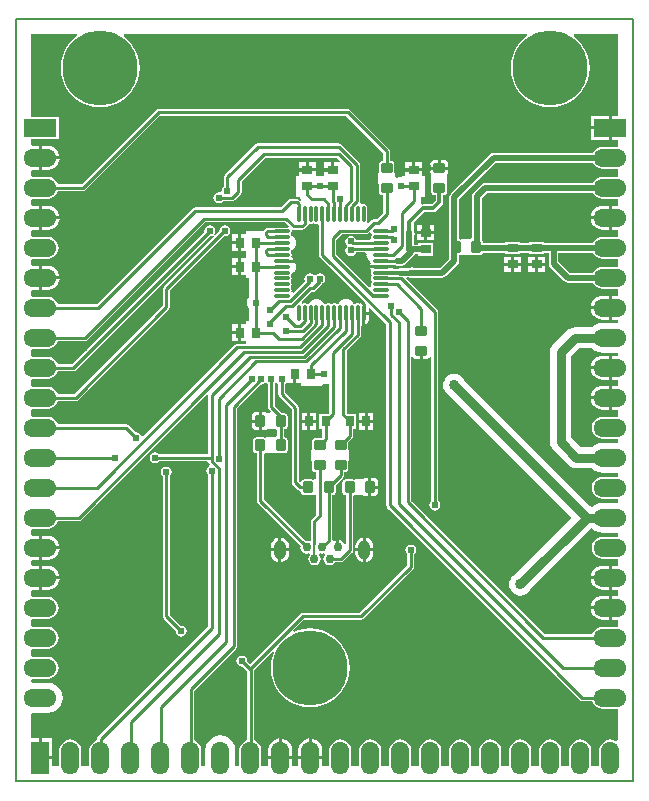
<source format=gtl>
G04 Layer_Physical_Order=1*
G04 Layer_Color=255*
%FSLAX25Y25*%
%MOIN*%
G70*
G01*
G75*
%ADD10R,0.03740X0.02953*%
%ADD11R,0.02953X0.03740*%
G04:AMPARAMS|DCode=12|XSize=39.37mil|YSize=35.43mil|CornerRadius=4.43mil|HoleSize=0mil|Usage=FLASHONLY|Rotation=180.000|XOffset=0mil|YOffset=0mil|HoleType=Round|Shape=RoundedRectangle|*
%AMROUNDEDRECTD12*
21,1,0.03937,0.02657,0,0,180.0*
21,1,0.03051,0.03543,0,0,180.0*
1,1,0.00886,-0.01526,0.01329*
1,1,0.00886,0.01526,0.01329*
1,1,0.00886,0.01526,-0.01329*
1,1,0.00886,-0.01526,-0.01329*
%
%ADD12ROUNDEDRECTD12*%
%ADD13O,0.05512X0.01181*%
%ADD14O,0.01181X0.05512*%
G04:AMPARAMS|DCode=15|XSize=39.37mil|YSize=35.43mil|CornerRadius=4.43mil|HoleSize=0mil|Usage=FLASHONLY|Rotation=90.000|XOffset=0mil|YOffset=0mil|HoleType=Round|Shape=RoundedRectangle|*
%AMROUNDEDRECTD15*
21,1,0.03937,0.02657,0,0,90.0*
21,1,0.03051,0.03543,0,0,90.0*
1,1,0.00886,0.01329,0.01526*
1,1,0.00886,0.01329,-0.01526*
1,1,0.00886,-0.01329,-0.01526*
1,1,0.00886,-0.01329,0.01526*
%
%ADD15ROUNDEDRECTD15*%
%ADD16C,0.01000*%
%ADD17C,0.02000*%
%ADD18C,0.01200*%
%ADD19C,0.03000*%
%ADD20C,0.01600*%
%ADD21C,0.00800*%
%ADD22C,0.02500*%
%ADD23C,0.00500*%
G04:AMPARAMS|DCode=24|XSize=39.37mil|YSize=62.99mil|CornerRadius=19.68mil|HoleSize=0mil|Usage=FLASHONLY|Rotation=0.000|XOffset=0mil|YOffset=0mil|HoleType=Round|Shape=RoundedRectangle|*
%AMROUNDEDRECTD24*
21,1,0.03937,0.02362,0,0,0.0*
21,1,0.00000,0.06299,0,0,0.0*
1,1,0.03937,0.00000,-0.01181*
1,1,0.03937,0.00000,-0.01181*
1,1,0.03937,0.00000,0.01181*
1,1,0.03937,0.00000,0.01181*
%
%ADD24ROUNDEDRECTD24*%
%ADD25C,0.02953*%
%ADD26C,0.25000*%
%ADD27O,0.11000X0.06000*%
%ADD28R,0.11000X0.06000*%
%ADD29O,0.06000X0.11000*%
%ADD30R,0.06000X0.11000*%
%ADD31C,0.02400*%
%ADD32C,0.03400*%
G36*
X491934Y329734D02*
X492978Y328932D01*
X494195Y328429D01*
X495500Y328257D01*
X500457D01*
Y327334D01*
X498500D01*
Y323300D01*
Y319266D01*
X500457D01*
Y317335D01*
X498500D01*
Y313300D01*
Y309265D01*
X500457D01*
Y306931D01*
X495500D01*
X494560Y306807D01*
X493684Y306445D01*
X492932Y305868D01*
X492355Y305116D01*
X491993Y304240D01*
X491869Y303300D01*
X491993Y302360D01*
X492355Y301484D01*
X492932Y300732D01*
X493684Y300155D01*
X494560Y299793D01*
X495500Y299669D01*
X500457D01*
Y298343D01*
X495500D01*
X494195Y298171D01*
X492978Y297668D01*
X491934Y296866D01*
X491906Y296830D01*
X488162D01*
X485030Y299962D01*
Y327205D01*
X487595Y329770D01*
X491906D01*
X491934Y329734D01*
D02*
G37*
G36*
X390794Y370620D02*
X390701Y370292D01*
X390525Y370041D01*
X386299D01*
X385835Y369948D01*
X383827D01*
X383398Y369863D01*
X383034Y369620D01*
X383034Y369620D01*
X382607Y369193D01*
X382391Y368870D01*
X376524D01*
Y367870D01*
X374988D01*
Y365000D01*
Y362130D01*
X376524D01*
Y361465D01*
X376524Y361130D01*
X376524D01*
X376535Y360870D01*
X376535D01*
Y359870D01*
X375000D01*
Y357000D01*
Y354130D01*
X376535D01*
Y353130D01*
X377463D01*
Y346950D01*
X377205Y346614D01*
X376882Y345835D01*
X376772Y345000D01*
X376882Y344165D01*
X377205Y343386D01*
X377451Y343065D01*
Y338870D01*
X376524D01*
Y337870D01*
X374988D01*
Y335000D01*
Y332130D01*
X376524D01*
Y331322D01*
X373700D01*
X373700Y331322D01*
X373271Y331236D01*
X372907Y330993D01*
X372907Y330993D01*
X342359Y300445D01*
X341707Y300642D01*
X341696Y300702D01*
X341298Y301298D01*
X340702Y301696D01*
X340000Y301835D01*
X339792Y301794D01*
X337493Y304093D01*
X337129Y304336D01*
X336700Y304422D01*
X336700Y304421D01*
X313932D01*
X313645Y305116D01*
X313068Y305868D01*
X312316Y306445D01*
X311440Y306807D01*
X310500Y306931D01*
X305500D01*
X305494Y306930D01*
X305043Y307326D01*
Y309274D01*
X305494Y309670D01*
X305500Y309669D01*
X310500D01*
X311440Y309793D01*
X312316Y310155D01*
X313068Y310733D01*
X313645Y311485D01*
X313932Y312178D01*
X319800D01*
X319800Y312178D01*
X320229Y312264D01*
X320593Y312507D01*
X350793Y342707D01*
X351036Y343071D01*
X351122Y343500D01*
X351121Y343500D01*
Y349035D01*
X369209Y367123D01*
X369500Y367065D01*
X370202Y367204D01*
X370798Y367602D01*
X371196Y368198D01*
X371335Y368900D01*
X371196Y369602D01*
X370798Y370198D01*
X370202Y370596D01*
X369500Y370735D01*
X368798Y370596D01*
X368202Y370198D01*
X367804Y369602D01*
X367665Y368900D01*
X367689Y368776D01*
X366324Y367410D01*
X365858Y367793D01*
X366196Y368298D01*
X366335Y369000D01*
X366196Y369702D01*
X365798Y370298D01*
X365202Y370696D01*
X364500Y370835D01*
X363798Y370696D01*
X363202Y370298D01*
X362804Y369702D01*
X362665Y369000D01*
X362748Y368581D01*
X318588Y324422D01*
X313932D01*
X313645Y325115D01*
X313068Y325868D01*
X312316Y326445D01*
X311440Y326807D01*
X310500Y326931D01*
X305500D01*
X305494Y326930D01*
X305043Y327326D01*
Y329274D01*
X305494Y329670D01*
X305500Y329669D01*
X310500D01*
X311440Y329793D01*
X312316Y330155D01*
X313068Y330732D01*
X313645Y331485D01*
X313932Y332178D01*
X322800D01*
X322800Y332178D01*
X323229Y332264D01*
X323593Y332507D01*
X362965Y371879D01*
X389535D01*
X390794Y370620D01*
D02*
G37*
G36*
X399545Y371295D02*
X399614Y371249D01*
X400079Y371156D01*
X400326Y371205D01*
X400926Y370837D01*
Y360953D01*
X400926Y360953D01*
X401011Y360524D01*
X401254Y360160D01*
X415596Y345817D01*
X415399Y345166D01*
X415206Y345128D01*
X414680Y344777D01*
X414558Y344594D01*
X414323Y344751D01*
X413858Y344844D01*
X413394Y344751D01*
X413325Y344705D01*
X412874Y344536D01*
X412423Y344705D01*
X412354Y344751D01*
X412252Y344772D01*
X412184Y344936D01*
X411769Y345478D01*
X411228Y345893D01*
X410598Y346154D01*
X409921Y346243D01*
X409245Y346154D01*
X408615Y345893D01*
X408074Y345478D01*
X407658Y344936D01*
X407590Y344772D01*
X407488Y344751D01*
X407419Y344705D01*
X406968Y344536D01*
X406518Y344705D01*
X406449Y344751D01*
X405984Y344844D01*
X405520Y344751D01*
X405451Y344705D01*
X405000Y344536D01*
X404549Y344705D01*
X404480Y344751D01*
X404016Y344844D01*
X403551Y344751D01*
X403482Y344705D01*
X403031Y344536D01*
X402581Y344705D01*
X402512Y344751D01*
X402410Y344772D01*
X402342Y344936D01*
X401926Y345478D01*
X401385Y345893D01*
X400755Y346154D01*
X400079Y346243D01*
X399402Y346154D01*
X398772Y345893D01*
X398231Y345478D01*
X397816Y344936D01*
X397748Y344772D01*
X397646Y344751D01*
X397577Y344705D01*
X397126Y344536D01*
X396675Y344705D01*
X396606Y344751D01*
X396142Y344844D01*
X395677Y344751D01*
X395608Y344705D01*
X395418Y344831D01*
X395340Y345602D01*
X398369Y348631D01*
X398852D01*
X398852Y348631D01*
X399282Y348716D01*
X399646Y348959D01*
X401945Y351259D01*
X401946Y351259D01*
X402073Y351450D01*
X402450Y351702D01*
X402848Y352298D01*
X402988Y353000D01*
X402848Y353702D01*
X402450Y354298D01*
X401855Y354696D01*
X401153Y354835D01*
X400450Y354696D01*
X399855Y354298D01*
X399826Y354255D01*
X399226D01*
X399198Y354298D01*
X398602Y354696D01*
X397900Y354835D01*
X397198Y354696D01*
X396602Y354298D01*
X396204Y353702D01*
X396065Y353000D01*
X396204Y352298D01*
X396346Y352085D01*
X392602Y348340D01*
X391831Y348418D01*
X391705Y348608D01*
X391751Y348677D01*
X391844Y349142D01*
X391751Y349606D01*
X391488Y350000D01*
Y350252D01*
X391751Y350646D01*
X391844Y351110D01*
X391751Y351575D01*
X391488Y351969D01*
Y352220D01*
X391751Y352614D01*
X391844Y353079D01*
X391751Y353543D01*
X391705Y353612D01*
X391536Y354063D01*
X391705Y354514D01*
X391751Y354583D01*
X391772Y354685D01*
X391936Y354753D01*
X392477Y355168D01*
X392893Y355709D01*
X393154Y356340D01*
X393243Y357016D01*
X393154Y357692D01*
X392893Y358322D01*
X392477Y358863D01*
X392239Y359046D01*
X392128Y359605D01*
X391777Y360131D01*
X391594Y360253D01*
X391751Y360488D01*
X391844Y360953D01*
X391751Y361417D01*
X391488Y361811D01*
Y362063D01*
X391751Y362457D01*
X391772Y362559D01*
X391936Y362627D01*
X392477Y363042D01*
X392893Y363583D01*
X393154Y364213D01*
X393243Y364890D01*
X393154Y365566D01*
X392893Y366196D01*
X392477Y366737D01*
X391936Y367153D01*
X391772Y367221D01*
X391751Y367323D01*
X391488Y367717D01*
Y367968D01*
X391751Y368362D01*
X391844Y368827D01*
X391820Y368949D01*
X391838Y368986D01*
X392338Y369411D01*
X392500Y369378D01*
X395283D01*
X395284Y369378D01*
X395713Y369464D01*
X396076Y369707D01*
X396935Y370565D01*
X396935Y370565D01*
X397178Y370929D01*
X397646Y371249D01*
X397801Y371218D01*
X398110Y371156D01*
X398575Y371249D01*
X398644Y371295D01*
X399095Y371464D01*
X399545Y371295D01*
D02*
G37*
G36*
X492355Y361485D02*
X492932Y360733D01*
X493684Y360155D01*
X494560Y359793D01*
X495500Y359669D01*
X500457D01*
Y356931D01*
X495500D01*
X494560Y356807D01*
X493684Y356445D01*
X492932Y355868D01*
X492355Y355116D01*
X492279Y354931D01*
X484476D01*
X480731Y358676D01*
Y361669D01*
X492279D01*
X492355Y361485D01*
D02*
G37*
G36*
X422378Y395035D02*
Y392238D01*
X421974D01*
X421567Y392158D01*
X421222Y391927D01*
X420992Y391582D01*
X420911Y391175D01*
Y388518D01*
X420957Y388288D01*
X420744Y388075D01*
Y384925D01*
X420957Y384712D01*
X420911Y384482D01*
Y381825D01*
X420992Y381418D01*
X421222Y381073D01*
X421567Y380842D01*
X421974Y380762D01*
X422378D01*
Y374965D01*
X420205Y372791D01*
X419170D01*
X418741Y372706D01*
X418377Y372463D01*
X418377Y372463D01*
X417369Y371455D01*
X416903Y371837D01*
X416948Y371906D01*
X417041Y372370D01*
Y376701D01*
X416948Y377165D01*
X416685Y377559D01*
X416291Y377822D01*
X415827Y377915D01*
X415362Y377822D01*
X415293Y377776D01*
X415269Y377767D01*
X414581Y378121D01*
X414536Y378304D01*
X414622Y378733D01*
Y391000D01*
X414622Y391000D01*
X414536Y391429D01*
X414293Y391793D01*
X414293Y391793D01*
X408293Y397793D01*
X407929Y398036D01*
X407500Y398122D01*
X407500Y398122D01*
X380500D01*
X380500Y398122D01*
X380071Y398036D01*
X379707Y397793D01*
X379707Y397793D01*
X369507Y387593D01*
X369264Y387229D01*
X369178Y386800D01*
X369179Y386800D01*
Y383615D01*
X369002Y383498D01*
X368604Y382902D01*
X368465Y382200D01*
X368448Y382169D01*
X367943Y381747D01*
X367500Y381835D01*
X366798Y381696D01*
X366202Y381298D01*
X365804Y380702D01*
X365665Y380000D01*
X365804Y379298D01*
X366202Y378702D01*
X366798Y378304D01*
X367500Y378165D01*
X368202Y378304D01*
X368798Y378702D01*
X368849Y378779D01*
X372000D01*
X372000Y378778D01*
X372429Y378864D01*
X372793Y379107D01*
X374793Y381107D01*
X374793Y381107D01*
X375036Y381471D01*
X375122Y381900D01*
X375121Y381900D01*
Y385535D01*
X382965Y393378D01*
X407035D01*
X408082Y392332D01*
X407833Y391732D01*
X406000D01*
Y389256D01*
X405500D01*
Y388756D01*
X402630D01*
Y387221D01*
X401630D01*
Y387221D01*
X401449Y387119D01*
X400870Y387221D01*
X400870Y387221D01*
X400870Y387221D01*
X399870D01*
Y388756D01*
X397000D01*
X394130D01*
Y387221D01*
X393130D01*
Y380268D01*
X394597D01*
X394645Y380025D01*
X395118Y379316D01*
X394652Y378934D01*
X394293Y379293D01*
X393929Y379536D01*
X393500Y379622D01*
X393500Y379622D01*
X391500D01*
X391500Y379622D01*
X391071Y379536D01*
X390707Y379293D01*
X388135Y376722D01*
X359600D01*
X359600Y376722D01*
X359171Y376636D01*
X358807Y376393D01*
X358807Y376393D01*
X326835Y344422D01*
X313932D01*
X313645Y345115D01*
X313068Y345867D01*
X312316Y346445D01*
X311440Y346807D01*
X310500Y346931D01*
X305500D01*
X305494Y346930D01*
X305043Y347326D01*
Y348871D01*
X305494Y349266D01*
X305500Y349266D01*
X307500D01*
Y353300D01*
Y357334D01*
X305500D01*
X305494Y357334D01*
X305043Y357729D01*
Y359274D01*
X305494Y359670D01*
X305500Y359669D01*
X310500D01*
X311440Y359793D01*
X312316Y360155D01*
X313068Y360733D01*
X313645Y361485D01*
X314007Y362360D01*
X314131Y363300D01*
X314007Y364240D01*
X313645Y365115D01*
X313068Y365867D01*
X312316Y366445D01*
X311440Y366807D01*
X310500Y366931D01*
X305500D01*
X305494Y366930D01*
X305043Y367326D01*
Y368871D01*
X305494Y369266D01*
X305500Y369266D01*
X307500D01*
Y373300D01*
Y377334D01*
X305500D01*
X305494Y377334D01*
X305043Y377729D01*
Y379274D01*
X305494Y379670D01*
X305500Y379669D01*
X310500D01*
X311440Y379793D01*
X312316Y380155D01*
X313068Y380732D01*
X313645Y381485D01*
X313932Y382178D01*
X322300D01*
X322300Y382178D01*
X322729Y382264D01*
X323093Y382507D01*
X347965Y407378D01*
X410035D01*
X422378Y395035D01*
D02*
G37*
G36*
X492355Y381485D02*
X492932Y380732D01*
X493684Y380155D01*
X494560Y379793D01*
X495500Y379669D01*
X500457D01*
Y377334D01*
X498500D01*
Y373300D01*
Y369266D01*
X500457D01*
Y366931D01*
X495500D01*
X494560Y366807D01*
X493684Y366445D01*
X492932Y365867D01*
X492355Y365115D01*
X492279Y364931D01*
X475970D01*
Y365332D01*
X471030D01*
Y364931D01*
X467970D01*
Y365332D01*
X463030D01*
Y364931D01*
X455738D01*
Y365026D01*
X455658Y365433D01*
X455427Y365777D01*
X455131Y365975D01*
Y379724D01*
X457076Y381669D01*
X492279D01*
X492355Y381485D01*
D02*
G37*
G36*
X477469Y358000D02*
X477593Y357376D01*
X477947Y356846D01*
X482647Y352147D01*
X483176Y351793D01*
X483800Y351669D01*
X492279D01*
X492355Y351484D01*
X492932Y350732D01*
X493684Y350155D01*
X494560Y349793D01*
X495500Y349669D01*
X500457D01*
Y347335D01*
X498500D01*
Y343300D01*
Y339265D01*
X500457D01*
Y338343D01*
X495500D01*
X494195Y338171D01*
X492978Y337667D01*
X491934Y336866D01*
X491906Y336830D01*
X486133D01*
X485219Y336710D01*
X484368Y336357D01*
X483637Y335796D01*
X479004Y331163D01*
X478443Y330432D01*
X478090Y329581D01*
X477970Y328667D01*
Y298500D01*
X478090Y297586D01*
X478443Y296735D01*
X479004Y296004D01*
X484204Y290804D01*
X484935Y290243D01*
X485786Y289890D01*
X486700Y289770D01*
X491906D01*
X491934Y289734D01*
X492978Y288932D01*
X494195Y288429D01*
X495500Y288257D01*
X500457D01*
Y286931D01*
X495500D01*
X494560Y286807D01*
X493684Y286445D01*
X492932Y285868D01*
X492355Y285116D01*
X491993Y284240D01*
X491869Y283300D01*
X491993Y282360D01*
X492355Y281485D01*
X492932Y280732D01*
X493684Y280155D01*
X494560Y279793D01*
X495500Y279669D01*
X500457D01*
Y278343D01*
X495500D01*
X494195Y278171D01*
X492978Y277667D01*
X491934Y276866D01*
X491402Y277090D01*
X449306Y319186D01*
X449232Y319366D01*
X448639Y320139D01*
X447866Y320732D01*
X446966Y321105D01*
X446000Y321232D01*
X445034Y321105D01*
X444134Y320732D01*
X443361Y320139D01*
X442768Y319366D01*
X442395Y318466D01*
X442268Y317500D01*
X442395Y316534D01*
X442768Y315634D01*
X443361Y314861D01*
X444134Y314268D01*
X444314Y314194D01*
X485208Y273300D01*
X466314Y254406D01*
X466134Y254332D01*
X465361Y253739D01*
X464768Y252966D01*
X464395Y252066D01*
X464268Y251100D01*
X464395Y250134D01*
X464768Y249234D01*
X465361Y248461D01*
X466134Y247868D01*
X467034Y247495D01*
X468000Y247368D01*
X468966Y247495D01*
X469866Y247868D01*
X470639Y248461D01*
X471232Y249234D01*
X471307Y249414D01*
X491402Y269510D01*
X491934Y269734D01*
X492978Y268933D01*
X494195Y268429D01*
X495500Y268257D01*
X500457D01*
Y266931D01*
X495500D01*
X494560Y266807D01*
X493684Y266445D01*
X492932Y265867D01*
X492355Y265115D01*
X491993Y264240D01*
X491869Y263300D01*
X491993Y262360D01*
X492355Y261485D01*
X492932Y260733D01*
X493684Y260155D01*
X494560Y259793D01*
X495500Y259669D01*
X500457D01*
Y257334D01*
X498500D01*
Y253300D01*
Y249266D01*
X500457D01*
Y247335D01*
X498500D01*
Y243300D01*
Y239265D01*
X500457D01*
Y236931D01*
X495500D01*
X494560Y236807D01*
X493684Y236445D01*
X492932Y235868D01*
X492355Y235116D01*
X492068Y234421D01*
X476165D01*
X431622Y278965D01*
Y326767D01*
X432222Y326949D01*
X432434Y326631D01*
X432911Y326312D01*
X433474Y326200D01*
X434500D01*
Y329000D01*
X435500D01*
Y326200D01*
X436526D01*
X437089Y326312D01*
X437566Y326631D01*
X437778Y326949D01*
X438378Y326767D01*
Y278915D01*
X438202Y278798D01*
X437804Y278202D01*
X437665Y277500D01*
X437804Y276798D01*
X438202Y276202D01*
X438798Y275804D01*
X439500Y275665D01*
X440202Y275804D01*
X440798Y276202D01*
X441196Y276798D01*
X441335Y277500D01*
X441196Y278202D01*
X440798Y278798D01*
X440622Y278915D01*
Y342000D01*
X440536Y342429D01*
X440293Y342793D01*
X440293Y342793D01*
X430068Y353018D01*
X430298Y353573D01*
X430896D01*
X431298Y353304D01*
X432000Y353165D01*
X432702Y353304D01*
X432798Y353369D01*
X442000D01*
X442624Y353493D01*
X443153Y353847D01*
X447154Y357846D01*
X447507Y358376D01*
X447631Y359000D01*
Y360911D01*
X447982D01*
X448212Y360957D01*
X448425Y360744D01*
X451575D01*
X451788Y360957D01*
X452018Y360911D01*
X454675D01*
X455082Y360992D01*
X455427Y361223D01*
X455658Y361567D01*
X455678Y361669D01*
X463030D01*
Y361179D01*
X467970D01*
Y361669D01*
X471030D01*
Y361179D01*
X475970D01*
Y361669D01*
X477469D01*
Y358000D01*
D02*
G37*
G36*
X363948Y314252D02*
X364078Y314144D01*
Y294422D01*
X347715D01*
X347598Y294598D01*
X347002Y294996D01*
X346300Y295135D01*
X345598Y294996D01*
X345002Y294598D01*
X344604Y294002D01*
X344465Y293300D01*
X344604Y292598D01*
X345002Y292002D01*
X345598Y291604D01*
X346300Y291465D01*
X347002Y291604D01*
X347598Y292002D01*
X347715Y292179D01*
X363499D01*
X364078Y292047D01*
X364164Y291618D01*
X364407Y291254D01*
X364588Y291073D01*
X364393Y290420D01*
X363902Y290092D01*
X363504Y289497D01*
X363365Y288795D01*
X363504Y288092D01*
X363902Y287497D01*
X364078Y287379D01*
Y237165D01*
X327307Y200393D01*
X327064Y200029D01*
X326978Y199600D01*
X326978Y199600D01*
Y199274D01*
X326185Y198945D01*
X325432Y198368D01*
X324855Y197616D01*
X324493Y196740D01*
X324369Y195800D01*
Y190800D01*
X324144Y190543D01*
X321856D01*
X321631Y190800D01*
Y195800D01*
X321507Y196740D01*
X321145Y197616D01*
X320567Y198368D01*
X319815Y198945D01*
X318940Y199307D01*
X318000Y199431D01*
X317060Y199307D01*
X316184Y198945D01*
X315433Y198368D01*
X314855Y197616D01*
X314493Y196740D01*
X314369Y195800D01*
Y190800D01*
X314144Y190543D01*
X312000D01*
Y192800D01*
X308000D01*
Y193300D01*
X307500D01*
Y199800D01*
X305043D01*
Y207862D01*
X305494Y208258D01*
X305500Y208257D01*
X310500D01*
X311805Y208429D01*
X313022Y208932D01*
X314066Y209734D01*
X314867Y210778D01*
X315371Y211995D01*
X315543Y213300D01*
X315371Y214605D01*
X314867Y215822D01*
X314066Y216866D01*
X313022Y217668D01*
X311805Y218171D01*
X310500Y218343D01*
X305535D01*
X305084Y218771D01*
X305084Y219267D01*
X305500Y219669D01*
X310500D01*
X311440Y219793D01*
X312316Y220155D01*
X313068Y220732D01*
X313645Y221484D01*
X314007Y222360D01*
X314131Y223300D01*
X314007Y224240D01*
X313645Y225115D01*
X313068Y225868D01*
X312316Y226445D01*
X311440Y226807D01*
X310500Y226931D01*
X305500D01*
X305494Y226930D01*
X305043Y227326D01*
Y229274D01*
X305494Y229670D01*
X305500Y229669D01*
X310500D01*
X311440Y229793D01*
X312316Y230155D01*
X313068Y230732D01*
X313645Y231485D01*
X314007Y232360D01*
X314131Y233300D01*
X314007Y234240D01*
X313645Y235116D01*
X313068Y235868D01*
X312316Y236445D01*
X311440Y236807D01*
X310500Y236931D01*
X305500D01*
X305494Y236930D01*
X305043Y237326D01*
Y239274D01*
X305494Y239670D01*
X305500Y239669D01*
X310500D01*
X311440Y239793D01*
X312316Y240155D01*
X313068Y240733D01*
X313645Y241484D01*
X314007Y242360D01*
X314131Y243300D01*
X314007Y244240D01*
X313645Y245115D01*
X313068Y245867D01*
X312316Y246445D01*
X311440Y246807D01*
X310500Y246931D01*
X305500D01*
X305494Y246930D01*
X305043Y247326D01*
Y248871D01*
X305494Y249266D01*
X305500Y249266D01*
X307500D01*
Y253300D01*
Y257334D01*
X305500D01*
X305494Y257334D01*
X305043Y257729D01*
Y258871D01*
X305494Y259266D01*
X305500Y259265D01*
X307500D01*
Y263300D01*
Y267335D01*
X305500D01*
X305494Y267334D01*
X305043Y267729D01*
Y269274D01*
X305494Y269670D01*
X305500Y269669D01*
X310500D01*
X311440Y269793D01*
X312316Y270155D01*
X313068Y270732D01*
X313645Y271484D01*
X313932Y272179D01*
X320800D01*
X320800Y272178D01*
X321229Y272264D01*
X321593Y272507D01*
X363511Y314425D01*
X363948Y314252D01*
D02*
G37*
G36*
X492355Y391484D02*
X492932Y390733D01*
X493684Y390155D01*
X494560Y389793D01*
X495500Y389669D01*
X500457D01*
Y386931D01*
X495500D01*
X494560Y386807D01*
X493684Y386445D01*
X492932Y385868D01*
X492355Y385116D01*
X492279Y384931D01*
X456400D01*
X455776Y384807D01*
X455246Y384454D01*
X452347Y381554D01*
X451993Y381024D01*
X451869Y380400D01*
Y366734D01*
X451575Y366256D01*
X448425D01*
X448212Y366043D01*
X447982Y366089D01*
X447631D01*
Y379524D01*
X459776Y391669D01*
X492279D01*
X492355Y391484D01*
D02*
G37*
G36*
X387379Y317850D02*
Y314500D01*
X387378Y314500D01*
X387464Y314071D01*
X387707Y313707D01*
X391879Y309535D01*
Y285100D01*
X391878Y285100D01*
X391964Y284671D01*
X392207Y284307D01*
X393807Y282707D01*
X393807Y282707D01*
X394171Y282464D01*
X394600Y282378D01*
X395015Y281989D01*
Y281974D01*
X395096Y281568D01*
X395326Y281223D01*
X395671Y280992D01*
X396078Y280911D01*
X398736D01*
X398966Y280957D01*
X399179Y280744D01*
X399978D01*
Y274265D01*
X398607Y272893D01*
X398364Y272529D01*
X398278Y272100D01*
X398278Y272100D01*
Y265688D01*
X397749Y265406D01*
X397674Y265456D01*
X396864Y265617D01*
X396421Y265529D01*
X382529Y279421D01*
Y294564D01*
X383129Y294794D01*
X383179Y294744D01*
X386328D01*
X386541Y294957D01*
X386771Y294911D01*
X389429D01*
X389836Y294992D01*
X390181Y295222D01*
X390411Y295567D01*
X390492Y295974D01*
Y299026D01*
X390411Y299432D01*
X390181Y299778D01*
X389836Y300008D01*
X389429Y300089D01*
X389222D01*
Y302911D01*
X389429D01*
X389836Y302992D01*
X390181Y303222D01*
X390411Y303568D01*
X390492Y303974D01*
Y307026D01*
X390411Y307433D01*
X390181Y307778D01*
X389836Y308008D01*
X389429Y308089D01*
X388697D01*
X386122Y310665D01*
Y318085D01*
X386298Y318202D01*
X386324Y318241D01*
X386943Y318281D01*
X387379Y317850D01*
D02*
G37*
G36*
X423378Y338035D02*
Y277500D01*
X423378Y277500D01*
X423464Y277071D01*
X423707Y276707D01*
X487907Y212507D01*
X488271Y212264D01*
X488700Y212178D01*
X488700Y212178D01*
X492068D01*
X492355Y211485D01*
X492932Y210733D01*
X493684Y210155D01*
X494560Y209793D01*
X495500Y209669D01*
X500457D01*
Y199131D01*
X499919Y198865D01*
X499816Y198945D01*
X498940Y199307D01*
X498000Y199431D01*
X497060Y199307D01*
X496184Y198945D01*
X495432Y198368D01*
X494855Y197616D01*
X494493Y196740D01*
X494369Y195800D01*
Y190800D01*
X494144Y190543D01*
X491856D01*
X491631Y190800D01*
Y195800D01*
X491507Y196740D01*
X491145Y197616D01*
X490568Y198368D01*
X489816Y198945D01*
X488940Y199307D01*
X488000Y199431D01*
X487060Y199307D01*
X486185Y198945D01*
X485432Y198368D01*
X484855Y197616D01*
X484493Y196740D01*
X484369Y195800D01*
Y190800D01*
X484144Y190543D01*
X481856D01*
X481631Y190800D01*
Y195800D01*
X481507Y196740D01*
X481145Y197616D01*
X480568Y198368D01*
X479815Y198945D01*
X478940Y199307D01*
X478000Y199431D01*
X477060Y199307D01*
X476185Y198945D01*
X475432Y198368D01*
X474855Y197616D01*
X474493Y196740D01*
X474369Y195800D01*
Y190800D01*
X474144Y190543D01*
X471856D01*
X471631Y190800D01*
Y195800D01*
X471507Y196740D01*
X471145Y197616D01*
X470568Y198368D01*
X469815Y198945D01*
X468940Y199307D01*
X468000Y199431D01*
X467060Y199307D01*
X466185Y198945D01*
X465432Y198368D01*
X464855Y197616D01*
X464493Y196740D01*
X464369Y195800D01*
Y190800D01*
X464144Y190543D01*
X461856D01*
X461631Y190800D01*
Y195800D01*
X461507Y196740D01*
X461145Y197616D01*
X460568Y198368D01*
X459816Y198945D01*
X458940Y199307D01*
X458000Y199431D01*
X457060Y199307D01*
X456184Y198945D01*
X455432Y198368D01*
X454855Y197616D01*
X454493Y196740D01*
X454369Y195800D01*
Y190800D01*
X454144Y190543D01*
X451856D01*
X451631Y190800D01*
Y195800D01*
X451507Y196740D01*
X451145Y197616D01*
X450568Y198368D01*
X449816Y198945D01*
X448940Y199307D01*
X448000Y199431D01*
X447060Y199307D01*
X446184Y198945D01*
X445432Y198368D01*
X444855Y197616D01*
X444493Y196740D01*
X444369Y195800D01*
Y190800D01*
X444144Y190543D01*
X441856D01*
X441631Y190800D01*
Y195800D01*
X441507Y196740D01*
X441145Y197616D01*
X440568Y198368D01*
X439816Y198945D01*
X438940Y199307D01*
X438000Y199431D01*
X437060Y199307D01*
X436185Y198945D01*
X435432Y198368D01*
X434855Y197616D01*
X434493Y196740D01*
X434369Y195800D01*
Y190800D01*
X434144Y190543D01*
X431856D01*
X431631Y190800D01*
Y195800D01*
X431507Y196740D01*
X431145Y197616D01*
X430568Y198368D01*
X429815Y198945D01*
X428940Y199307D01*
X428000Y199431D01*
X427060Y199307D01*
X426185Y198945D01*
X425432Y198368D01*
X424855Y197616D01*
X424493Y196740D01*
X424369Y195800D01*
Y190800D01*
X424144Y190543D01*
X421856D01*
X421631Y190800D01*
Y195800D01*
X421507Y196740D01*
X421145Y197616D01*
X420568Y198368D01*
X419815Y198945D01*
X418940Y199307D01*
X418000Y199431D01*
X417060Y199307D01*
X416185Y198945D01*
X415432Y198368D01*
X414855Y197616D01*
X414493Y196740D01*
X414369Y195800D01*
Y190800D01*
X414144Y190543D01*
X411856D01*
X411631Y190800D01*
Y195800D01*
X411507Y196740D01*
X411145Y197616D01*
X410568Y198368D01*
X409816Y198945D01*
X408940Y199307D01*
X408000Y199431D01*
X407060Y199307D01*
X406184Y198945D01*
X405433Y198368D01*
X404855Y197616D01*
X404493Y196740D01*
X404369Y195800D01*
Y190800D01*
X404144Y190543D01*
X402260D01*
X402035Y190800D01*
Y192800D01*
X398000D01*
X393966D01*
Y190800D01*
X393740Y190543D01*
X392260D01*
X392035Y190800D01*
Y192800D01*
X388000D01*
X383965D01*
Y190800D01*
X383740Y190543D01*
X381856D01*
X381631Y190800D01*
Y195800D01*
X381507Y196740D01*
X381145Y197616D01*
X380568Y198368D01*
X379816Y198945D01*
X379222Y199191D01*
Y222533D01*
X379222Y222533D01*
X379222Y222533D01*
Y222635D01*
X385494Y228908D01*
X386003Y228568D01*
X385503Y227361D01*
X385021Y225356D01*
X384859Y223300D01*
X385021Y221244D01*
X385503Y219239D01*
X386292Y217334D01*
X387369Y215576D01*
X388708Y214008D01*
X390276Y212669D01*
X392034Y211592D01*
X393939Y210803D01*
X395944Y210321D01*
X398000Y210159D01*
X400056Y210321D01*
X402061Y210803D01*
X403966Y211592D01*
X405724Y212669D01*
X407292Y214008D01*
X408631Y215576D01*
X409708Y217334D01*
X410497Y219239D01*
X410979Y221244D01*
X411140Y223300D01*
X410979Y225356D01*
X410497Y227361D01*
X409708Y229266D01*
X408631Y231024D01*
X407292Y232592D01*
X405724Y233931D01*
X403966Y235008D01*
X402061Y235797D01*
X400056Y236279D01*
X398000Y236440D01*
X395944Y236279D01*
X393939Y235797D01*
X392732Y235297D01*
X392392Y235806D01*
X395965Y239378D01*
X415000D01*
X415000Y239378D01*
X415429Y239464D01*
X415793Y239707D01*
X432293Y256207D01*
X432293Y256207D01*
X432536Y256571D01*
X432622Y257000D01*
Y261085D01*
X432798Y261202D01*
X433196Y261798D01*
X433335Y262500D01*
X433196Y263202D01*
X432798Y263798D01*
X432202Y264196D01*
X431500Y264335D01*
X430798Y264196D01*
X430202Y263798D01*
X429804Y263202D01*
X429665Y262500D01*
X429804Y261798D01*
X430202Y261202D01*
X430378Y261085D01*
Y257465D01*
X414535Y241621D01*
X395500D01*
X395500Y241622D01*
X395071Y241536D01*
X394707Y241293D01*
X394707Y241293D01*
X377817Y224403D01*
X376927Y225292D01*
X376969Y225500D01*
X376829Y226202D01*
X376431Y226798D01*
X375836Y227196D01*
X375133Y227335D01*
X374431Y227196D01*
X373836Y226798D01*
X373438Y226202D01*
X373298Y225500D01*
X373438Y224798D01*
X373836Y224202D01*
X374431Y223804D01*
X375133Y223665D01*
X375341Y223706D01*
X376978Y222069D01*
Y199274D01*
X376185Y198945D01*
X375432Y198368D01*
X374855Y197616D01*
X374493Y196740D01*
X374369Y195800D01*
Y190800D01*
X374144Y190543D01*
X373268D01*
X373043Y190800D01*
Y195800D01*
X372871Y197105D01*
X372368Y198322D01*
X371566Y199366D01*
X370522Y200167D01*
X369305Y200671D01*
X368000Y200843D01*
X366695Y200671D01*
X365478Y200167D01*
X364434Y199366D01*
X363632Y198322D01*
X363129Y197105D01*
X362957Y195800D01*
Y190800D01*
X362732Y190543D01*
X361856D01*
X361631Y190800D01*
Y195800D01*
X361507Y196740D01*
X361145Y197616D01*
X360567Y198368D01*
X359816Y198945D01*
X359222Y199191D01*
Y215635D01*
X373293Y229707D01*
X373293Y229707D01*
X373536Y230071D01*
X373622Y230500D01*
X373622Y230500D01*
Y309783D01*
X381504Y317666D01*
X382202Y317804D01*
X382798Y318202D01*
X382824Y318241D01*
X383443Y318281D01*
X383878Y317850D01*
Y310200D01*
X383878Y310200D01*
X383964Y309771D01*
X384207Y309407D01*
X384804Y308810D01*
X384574Y308256D01*
X383492D01*
X383299Y308385D01*
X382736Y308497D01*
X381907D01*
Y305500D01*
Y302503D01*
X382736D01*
X383299Y302615D01*
X383492Y302744D01*
X386328D01*
X386379Y302794D01*
X386979Y302564D01*
Y300436D01*
X386379Y300206D01*
X386328Y300256D01*
X383179D01*
X382966Y300043D01*
X382736Y300089D01*
X380078D01*
X379671Y300008D01*
X379327Y299778D01*
X379096Y299432D01*
X379015Y299026D01*
Y295974D01*
X379096Y295567D01*
X379327Y295222D01*
X379671Y294992D01*
X380078Y294911D01*
X380286D01*
Y278957D01*
X380286Y278957D01*
X380371Y278527D01*
X380614Y278164D01*
X394835Y263943D01*
X394747Y263500D01*
X394908Y262690D01*
X395367Y262003D01*
X396054Y261544D01*
X396864Y261383D01*
X397569Y261523D01*
X397829Y261185D01*
X397842Y261160D01*
X397902Y261024D01*
X397467Y260373D01*
X397306Y259563D01*
X397467Y258753D01*
X397926Y258066D01*
X398613Y257607D01*
X399423Y257446D01*
X400233Y257607D01*
X400920Y258066D01*
X401379Y258753D01*
X401540Y259563D01*
X401379Y260373D01*
X400944Y261024D01*
X401003Y261160D01*
X401017Y261186D01*
X401277Y261523D01*
X401982Y261383D01*
X402687Y261523D01*
X402947Y261185D01*
X402960Y261160D01*
X403020Y261024D01*
X402585Y260373D01*
X402424Y259563D01*
X402585Y258753D01*
X403044Y258066D01*
X403731Y257607D01*
X404541Y257446D01*
X405351Y257607D01*
X406038Y258066D01*
X406289Y258441D01*
X408263D01*
X408263Y258441D01*
X408692Y258527D01*
X409056Y258770D01*
X411893Y261607D01*
X411893Y261607D01*
X412136Y261971D01*
X412222Y262400D01*
X412222Y262400D01*
Y280564D01*
X412822Y280794D01*
X412872Y280744D01*
X415708D01*
X415901Y280615D01*
X416464Y280503D01*
X417293D01*
Y283500D01*
Y286497D01*
X416464D01*
X415901Y286385D01*
X415708Y286256D01*
X412872D01*
X412659Y286043D01*
X412429Y286089D01*
X409771D01*
X409364Y286008D01*
X409019Y285777D01*
X408789Y285433D01*
X408708Y285026D01*
Y281974D01*
X408789Y281568D01*
X409019Y281223D01*
X409364Y280992D01*
X409771Y280911D01*
X409978D01*
Y264647D01*
X409705Y264556D01*
X409378Y264547D01*
X408885Y265285D01*
X408066Y265833D01*
X407600Y265925D01*
Y263500D01*
X406600D01*
Y265925D01*
X406134Y265833D01*
X405822Y265624D01*
X405222Y265945D01*
Y280911D01*
X405429D01*
X405836Y280992D01*
X406181Y281223D01*
X406411Y281568D01*
X406492Y281974D01*
Y284306D01*
X408893Y286707D01*
X408893Y286707D01*
X409136Y287071D01*
X409222Y287500D01*
Y288415D01*
X409626D01*
X410033Y288496D01*
X410378Y288726D01*
X410608Y289071D01*
X410689Y289478D01*
Y292136D01*
X410643Y292366D01*
X410856Y292579D01*
Y295728D01*
X410643Y295941D01*
X410689Y296171D01*
Y298503D01*
X411893Y299707D01*
X412136Y300071D01*
X412222Y300500D01*
X412222Y300500D01*
Y303030D01*
X413176D01*
Y307970D01*
X410216D01*
X410122Y308065D01*
Y329035D01*
X414651Y333565D01*
X414651Y333565D01*
X414894Y333929D01*
X414980Y334358D01*
X414980Y334358D01*
Y337285D01*
X415327Y337541D01*
Y341465D01*
X415827D01*
Y341965D01*
X417449D01*
Y343117D01*
X418048Y343365D01*
X423378Y338035D01*
D02*
G37*
G36*
X366090Y367176D02*
X349207Y350293D01*
X348964Y349929D01*
X348878Y349500D01*
X348879Y349500D01*
Y343965D01*
X319335Y314422D01*
X313932D01*
X313645Y315115D01*
X313068Y315867D01*
X312316Y316445D01*
X311440Y316807D01*
X310500Y316931D01*
X305500D01*
X305494Y316930D01*
X305043Y317326D01*
Y319274D01*
X305494Y319670D01*
X305500Y319669D01*
X310500D01*
X311440Y319793D01*
X312316Y320155D01*
X313068Y320732D01*
X313645Y321484D01*
X313932Y322179D01*
X319053D01*
X319053Y322178D01*
X319482Y322264D01*
X319846Y322507D01*
X364504Y367166D01*
X365202Y367304D01*
X365707Y367642D01*
X366090Y367176D01*
D02*
G37*
G36*
X393400Y318230D02*
X394935D01*
Y317230D01*
X401888D01*
Y317524D01*
X402339Y317920D01*
X402700Y317872D01*
X403535Y317982D01*
X403778Y318083D01*
X404379Y317682D01*
Y308365D01*
X403984Y307970D01*
X401024D01*
Y303030D01*
X401978D01*
Y299965D01*
X401906Y299892D01*
X399574D01*
X399167Y299811D01*
X398822Y299581D01*
X398592Y299236D01*
X398511Y298829D01*
Y296171D01*
X398557Y295941D01*
X398344Y295728D01*
Y292579D01*
X398557Y292366D01*
X398511Y292136D01*
Y289478D01*
X398592Y289071D01*
X398822Y288726D01*
X399167Y288496D01*
X399574Y288415D01*
X399978D01*
Y286256D01*
X399179D01*
X398966Y286043D01*
X398736Y286089D01*
X396078D01*
X395671Y286008D01*
X395326Y285777D01*
X395130Y285484D01*
X394517Y285363D01*
X394122Y285691D01*
Y310000D01*
X394122Y310000D01*
X394036Y310429D01*
X393793Y310793D01*
X393793Y310793D01*
X389621Y314965D01*
Y317724D01*
X390159Y318235D01*
X390424Y318230D01*
Y318230D01*
X392400D01*
Y321100D01*
X393400D01*
Y318230D01*
D02*
G37*
G36*
X500457Y407300D02*
X498500D01*
Y403300D01*
Y399300D01*
X500457D01*
Y396931D01*
X495500D01*
X494560Y396807D01*
X493684Y396445D01*
X492932Y395867D01*
X492355Y395115D01*
X492279Y394931D01*
X459100D01*
X458476Y394807D01*
X457946Y394454D01*
X444846Y381353D01*
X444493Y380824D01*
X444369Y380200D01*
Y365472D01*
X444342Y365433D01*
X444262Y365026D01*
Y361974D01*
X444342Y361567D01*
X444369Y361528D01*
Y359676D01*
X441324Y356631D01*
X432798D01*
X432702Y356696D01*
X432000Y356835D01*
X431298Y356696D01*
X430896Y356427D01*
X427800D01*
X427254Y356319D01*
X427111Y356224D01*
X425751D01*
X425524Y356516D01*
X421535D01*
X417848D01*
X417872Y356395D01*
X418223Y355869D01*
X418406Y355747D01*
X418249Y355512D01*
X418156Y355047D01*
X418249Y354583D01*
X418295Y354514D01*
X418464Y354063D01*
X418295Y353612D01*
X418249Y353543D01*
X418156Y353079D01*
X418249Y352614D01*
X418512Y352220D01*
Y351969D01*
X418249Y351575D01*
X418156Y351110D01*
X418249Y350646D01*
X418288Y350587D01*
X418182Y350372D01*
X417454Y350253D01*
X406622Y361086D01*
Y366035D01*
X408465Y367879D01*
X416500D01*
X416500Y367878D01*
X416929Y367964D01*
X417293Y368207D01*
X417606Y368519D01*
X418237Y368365D01*
X418268Y368333D01*
X418512Y367968D01*
Y367717D01*
X418249Y367323D01*
X418156Y366858D01*
X418205Y366611D01*
X417837Y366011D01*
X413215D01*
X413196Y366108D01*
X412798Y366703D01*
X412202Y367101D01*
X411500Y367241D01*
X410798Y367101D01*
X410202Y366703D01*
X409804Y366108D01*
X409665Y365406D01*
X409804Y364703D01*
X410202Y364108D01*
Y363703D01*
X409804Y363108D01*
X409665Y362405D01*
X409804Y361703D01*
X410202Y361108D01*
X410798Y360710D01*
X411500Y360570D01*
X412202Y360710D01*
X412798Y361108D01*
X413196Y361703D01*
X413215Y361800D01*
X416305D01*
X416790Y361200D01*
X416757Y360953D01*
X416846Y360277D01*
X417107Y359646D01*
X417522Y359105D01*
X418003Y358737D01*
X418092Y358503D01*
X418160Y358067D01*
X417872Y357636D01*
X417848Y357516D01*
X421535D01*
X425479D01*
X425846Y357846D01*
X426376Y357493D01*
X427000Y357369D01*
X428500D01*
X429124Y357493D01*
X429654Y357846D01*
X432654Y360846D01*
X432831Y361113D01*
X434030D01*
Y360668D01*
X438970D01*
Y364821D01*
X434030D01*
Y364375D01*
X432700D01*
Y367320D01*
X432835Y368000D01*
X432700Y368680D01*
Y371970D01*
X436007Y375276D01*
X439000D01*
X439468Y375370D01*
X439865Y375635D01*
X441865Y377635D01*
X442130Y378032D01*
X442224Y378500D01*
Y380762D01*
X442526D01*
X442933Y380842D01*
X443278Y381073D01*
X443508Y381418D01*
X443589Y381825D01*
Y384482D01*
X443543Y384712D01*
X443756Y384925D01*
Y387762D01*
X443885Y387955D01*
X443997Y388518D01*
Y389347D01*
X441000D01*
Y389846D01*
D01*
Y389347D01*
X438003D01*
Y388518D01*
X438115Y387955D01*
X438244Y387762D01*
Y384925D01*
X438457Y384712D01*
X438411Y384482D01*
Y381825D01*
X438492Y381418D01*
X438723Y381073D01*
X439068Y380842D01*
X439474Y380762D01*
X439777D01*
Y379007D01*
X438493Y377724D01*
X435500D01*
X435355Y377695D01*
X435209Y377790D01*
X434890Y378203D01*
X435049Y379000D01*
Y380268D01*
X436370D01*
Y387221D01*
X435370D01*
Y388756D01*
X432500D01*
X429630D01*
Y387221D01*
X428630D01*
Y387221D01*
X428139Y386958D01*
X427409Y386862D01*
X426856Y386633D01*
X426256Y386949D01*
Y388075D01*
X426043Y388288D01*
X426089Y388518D01*
Y391175D01*
X426008Y391582D01*
X425777Y391927D01*
X425432Y392158D01*
X425026Y392238D01*
X424622D01*
Y395500D01*
X424622Y395500D01*
X424536Y395929D01*
X424293Y396293D01*
X424293Y396293D01*
X411293Y409293D01*
X410929Y409536D01*
X410500Y409622D01*
X410500Y409622D01*
X347500D01*
X347071Y409536D01*
X346707Y409293D01*
X346707Y409293D01*
X321835Y384421D01*
X313932D01*
X313645Y385116D01*
X313068Y385868D01*
X312316Y386445D01*
X311440Y386807D01*
X310500Y386931D01*
X305500D01*
X305494Y386930D01*
X305043Y387326D01*
Y388871D01*
X305494Y389266D01*
X305500Y389265D01*
X307500D01*
Y393300D01*
Y397335D01*
X305500D01*
X305494Y397334D01*
X305043Y397729D01*
Y399700D01*
X314100D01*
Y406900D01*
X305043D01*
Y434457D01*
X320101D01*
X320190Y433857D01*
X318708Y432592D01*
X317369Y431024D01*
X316292Y429266D01*
X315503Y427361D01*
X315021Y425356D01*
X314860Y423300D01*
X315021Y421244D01*
X315503Y419239D01*
X316292Y417334D01*
X317369Y415576D01*
X318708Y414008D01*
X320276Y412669D01*
X322034Y411592D01*
X323939Y410803D01*
X325944Y410321D01*
X328000Y410159D01*
X330056Y410321D01*
X332061Y410803D01*
X333966Y411592D01*
X335724Y412669D01*
X337292Y414008D01*
X338631Y415576D01*
X339708Y417334D01*
X340497Y419239D01*
X340979Y421244D01*
X341141Y423300D01*
X340979Y425356D01*
X340497Y427361D01*
X339708Y429266D01*
X338631Y431024D01*
X337292Y432592D01*
X335810Y433857D01*
X335899Y434457D01*
X470101D01*
X470190Y433857D01*
X468708Y432592D01*
X467369Y431024D01*
X466292Y429266D01*
X465503Y427361D01*
X465021Y425356D01*
X464859Y423300D01*
X465021Y421244D01*
X465503Y419239D01*
X466292Y417334D01*
X467369Y415576D01*
X468708Y414008D01*
X470276Y412669D01*
X472034Y411592D01*
X473939Y410803D01*
X475944Y410321D01*
X478000Y410159D01*
X480056Y410321D01*
X482061Y410803D01*
X483966Y411592D01*
X485724Y412669D01*
X487292Y414008D01*
X488631Y415576D01*
X489708Y417334D01*
X490497Y419239D01*
X490979Y421244D01*
X491141Y423300D01*
X490979Y425356D01*
X490497Y427361D01*
X489708Y429266D01*
X488631Y431024D01*
X487292Y432592D01*
X485810Y433857D01*
X485899Y434457D01*
X500457D01*
Y407300D01*
D02*
G37*
%LPC*%
G36*
X497500Y312800D02*
X491531D01*
X491603Y312256D01*
X492006Y311283D01*
X492647Y310447D01*
X493483Y309806D01*
X494456Y309403D01*
X495500Y309265D01*
X497500D01*
Y312800D01*
D02*
G37*
G36*
Y317335D02*
X495500D01*
X494456Y317197D01*
X493483Y316794D01*
X492647Y316153D01*
X492006Y315317D01*
X491603Y314344D01*
X491531Y313800D01*
X497500D01*
Y317335D01*
D02*
G37*
G36*
Y327334D02*
X495500D01*
X494456Y327197D01*
X493483Y326794D01*
X492647Y326153D01*
X492006Y325317D01*
X491603Y324344D01*
X491531Y323800D01*
X497500D01*
Y327334D01*
D02*
G37*
G36*
Y322800D02*
X491531D01*
X491603Y322256D01*
X492006Y321283D01*
X492647Y320447D01*
X493483Y319806D01*
X494456Y319403D01*
X495500Y319266D01*
X497500D01*
Y322800D01*
D02*
G37*
G36*
X373988Y367870D02*
X372012D01*
Y365500D01*
X373988D01*
Y367870D01*
D02*
G37*
G36*
X374000Y356500D02*
X372024D01*
Y354130D01*
X374000D01*
Y356500D01*
D02*
G37*
G36*
X373988Y334500D02*
X372012D01*
Y332130D01*
X373988D01*
Y334500D01*
D02*
G37*
G36*
Y337870D02*
X372012D01*
Y335500D01*
X373988D01*
Y337870D01*
D02*
G37*
G36*
Y364500D02*
X372012D01*
Y362130D01*
X373988D01*
Y364500D01*
D02*
G37*
G36*
X374000Y359870D02*
X372024D01*
Y357500D01*
X374000D01*
Y359870D01*
D02*
G37*
G36*
X314469Y372800D02*
X308500D01*
Y369266D01*
X310500D01*
X311544Y369403D01*
X312517Y369806D01*
X313353Y370447D01*
X313994Y371283D01*
X314397Y372256D01*
X314469Y372800D01*
D02*
G37*
G36*
X310500Y377334D02*
X308500D01*
Y373800D01*
X314469D01*
X314397Y374344D01*
X313994Y375317D01*
X313353Y376153D01*
X312517Y376794D01*
X311544Y377197D01*
X310500Y377334D01*
D02*
G37*
G36*
X396500Y391732D02*
X394130D01*
Y389756D01*
X396500D01*
Y391732D01*
D02*
G37*
G36*
X405000D02*
X402630D01*
Y389756D01*
X405000D01*
Y391732D01*
D02*
G37*
G36*
X399870D02*
X397500D01*
Y389756D01*
X399870D01*
Y391732D01*
D02*
G37*
G36*
X314469Y352800D02*
X308500D01*
Y349266D01*
X310500D01*
X311544Y349403D01*
X312517Y349806D01*
X313353Y350447D01*
X313994Y351283D01*
X314397Y352256D01*
X314469Y352800D01*
D02*
G37*
G36*
X310500Y357334D02*
X308500D01*
Y353800D01*
X314469D01*
X314397Y354344D01*
X313994Y355317D01*
X313353Y356153D01*
X312517Y356794D01*
X311544Y357197D01*
X310500Y357334D01*
D02*
G37*
G36*
X497500Y372800D02*
X491531D01*
X491603Y372256D01*
X492006Y371283D01*
X492647Y370447D01*
X493483Y369806D01*
X494456Y369403D01*
X495500Y369266D01*
X497500D01*
Y372800D01*
D02*
G37*
G36*
Y377334D02*
X495500D01*
X494456Y377197D01*
X493483Y376794D01*
X492647Y376153D01*
X492006Y375317D01*
X491603Y374344D01*
X491531Y373800D01*
X497500D01*
Y377334D01*
D02*
G37*
G36*
Y242800D02*
X491531D01*
X491603Y242256D01*
X492006Y241283D01*
X492647Y240447D01*
X493483Y239806D01*
X494456Y239403D01*
X495500Y239265D01*
X497500D01*
Y242800D01*
D02*
G37*
G36*
Y247335D02*
X495500D01*
X494456Y247197D01*
X493483Y246794D01*
X492647Y246153D01*
X492006Y245317D01*
X491603Y244344D01*
X491531Y243800D01*
X497500D01*
Y247335D01*
D02*
G37*
G36*
Y252800D02*
X491531D01*
X491603Y252256D01*
X492006Y251283D01*
X492647Y250447D01*
X493483Y249806D01*
X494456Y249403D01*
X495500Y249266D01*
X497500D01*
Y252800D01*
D02*
G37*
G36*
Y257334D02*
X495500D01*
X494456Y257197D01*
X493483Y256794D01*
X492647Y256153D01*
X492006Y255317D01*
X491603Y254344D01*
X491531Y253800D01*
X497500D01*
Y257334D01*
D02*
G37*
G36*
Y347335D02*
X495500D01*
X494456Y347197D01*
X493483Y346794D01*
X492647Y346153D01*
X492006Y345317D01*
X491603Y344344D01*
X491531Y343800D01*
X497500D01*
Y347335D01*
D02*
G37*
G36*
Y342800D02*
X491531D01*
X491603Y342256D01*
X492006Y341283D01*
X492647Y340447D01*
X493483Y339806D01*
X494456Y339403D01*
X495500Y339265D01*
X497500D01*
Y342800D01*
D02*
G37*
G36*
X468370Y360221D02*
X466000D01*
Y358244D01*
X468370D01*
Y360221D01*
D02*
G37*
G36*
X465000D02*
X462630D01*
Y358244D01*
X465000D01*
Y360221D01*
D02*
G37*
G36*
X473000D02*
X470630D01*
Y358244D01*
X473000D01*
Y360221D01*
D02*
G37*
G36*
X476370D02*
X474000D01*
Y358244D01*
X476370D01*
Y360221D01*
D02*
G37*
G36*
X468370Y357244D02*
X466000D01*
Y355268D01*
X468370D01*
Y357244D01*
D02*
G37*
G36*
X465000D02*
X462630D01*
Y355268D01*
X465000D01*
Y357244D01*
D02*
G37*
G36*
X473000D02*
X470630D01*
Y355268D01*
X473000D01*
Y357244D01*
D02*
G37*
G36*
X476370D02*
X474000D01*
Y355268D01*
X476370D01*
Y357244D01*
D02*
G37*
G36*
X310500Y267335D02*
X308500D01*
Y263800D01*
X314469D01*
X314397Y264344D01*
X313994Y265317D01*
X313353Y266153D01*
X312517Y266794D01*
X311544Y267197D01*
X310500Y267335D01*
D02*
G37*
G36*
X350000Y290335D02*
X349298Y290196D01*
X348702Y289798D01*
X348304Y289202D01*
X348165Y288500D01*
X348304Y287798D01*
X348702Y287202D01*
X348879Y287085D01*
Y240500D01*
X348878Y240500D01*
X348964Y240071D01*
X349207Y239707D01*
X353206Y235708D01*
X353165Y235500D01*
X353304Y234798D01*
X353702Y234202D01*
X354298Y233804D01*
X355000Y233665D01*
X355702Y233804D01*
X356298Y234202D01*
X356696Y234798D01*
X356835Y235500D01*
X356696Y236202D01*
X356298Y236798D01*
X355702Y237196D01*
X355000Y237335D01*
X354792Y237294D01*
X351121Y240965D01*
Y287085D01*
X351298Y287202D01*
X351696Y287798D01*
X351835Y288500D01*
X351696Y289202D01*
X351298Y289798D01*
X350702Y290196D01*
X350000Y290335D01*
D02*
G37*
G36*
X314469Y252800D02*
X308500D01*
Y249266D01*
X310500D01*
X311544Y249403D01*
X312517Y249806D01*
X313353Y250447D01*
X313994Y251283D01*
X314397Y252256D01*
X314469Y252800D01*
D02*
G37*
G36*
X312000Y199800D02*
X308500D01*
Y193800D01*
X312000D01*
Y199800D01*
D02*
G37*
G36*
X310500Y257334D02*
X308500D01*
Y253800D01*
X314469D01*
X314397Y254344D01*
X313994Y255317D01*
X313353Y256153D01*
X312517Y256794D01*
X311544Y257197D01*
X310500Y257334D01*
D02*
G37*
G36*
X314469Y262800D02*
X308500D01*
Y259265D01*
X310500D01*
X311544Y259403D01*
X312517Y259806D01*
X313353Y260447D01*
X313994Y261283D01*
X314397Y262256D01*
X314469Y262800D01*
D02*
G37*
G36*
X419088Y308370D02*
X417112D01*
Y306000D01*
X419088D01*
Y308370D01*
D02*
G37*
G36*
X420593Y283000D02*
X418293D01*
Y280503D01*
X419122D01*
X419685Y280615D01*
X420162Y280934D01*
X420481Y281411D01*
X420593Y281974D01*
Y283000D01*
D02*
G37*
G36*
X419122Y286497D02*
X418293D01*
Y284000D01*
X420593D01*
Y285026D01*
X420481Y285589D01*
X420162Y286066D01*
X419685Y286385D01*
X419122Y286497D01*
D02*
G37*
G36*
X416112Y305000D02*
X414135D01*
Y302630D01*
X416112D01*
Y305000D01*
D02*
G37*
G36*
Y308370D02*
X414135D01*
Y306000D01*
X416112D01*
Y308370D01*
D02*
G37*
G36*
X380907Y308497D02*
X380078D01*
X379515Y308385D01*
X379038Y308066D01*
X378719Y307589D01*
X378607Y307026D01*
Y306000D01*
X380907D01*
Y308497D01*
D02*
G37*
G36*
X419088Y305000D02*
X417112D01*
Y302630D01*
X419088D01*
Y305000D01*
D02*
G37*
G36*
X380907Y305000D02*
X378607D01*
Y303974D01*
X378719Y303411D01*
X379038Y302934D01*
X379515Y302615D01*
X380078Y302503D01*
X380907D01*
Y305000D01*
D02*
G37*
G36*
X397500Y199769D02*
X396956Y199697D01*
X395983Y199294D01*
X395147Y198653D01*
X394506Y197817D01*
X394103Y196844D01*
X393966Y195800D01*
Y193800D01*
X397500D01*
Y199769D01*
D02*
G37*
G36*
X387500D02*
X386956Y199697D01*
X385983Y199294D01*
X385147Y198653D01*
X384506Y197817D01*
X384103Y196844D01*
X383965Y195800D01*
Y193800D01*
X387500D01*
Y199769D01*
D02*
G37*
G36*
X398500D02*
Y193800D01*
X402035D01*
Y195800D01*
X401897Y196844D01*
X401494Y197817D01*
X400853Y198653D01*
X400017Y199294D01*
X399044Y199697D01*
X398500Y199769D01*
D02*
G37*
G36*
X388500D02*
Y193800D01*
X392035D01*
Y195800D01*
X391897Y196844D01*
X391494Y197817D01*
X390853Y198653D01*
X390017Y199294D01*
X389044Y199697D01*
X388500Y199769D01*
D02*
G37*
G36*
X387407Y266743D02*
X387132Y266707D01*
X386410Y266408D01*
X385790Y265932D01*
X385314Y265312D01*
X385015Y264590D01*
X384913Y263815D01*
Y263134D01*
X387407D01*
Y266743D01*
D02*
G37*
G36*
X388407D02*
Y263134D01*
X390901D01*
Y263815D01*
X390799Y264590D01*
X390500Y265312D01*
X390024Y265932D01*
X389404Y266408D01*
X388682Y266707D01*
X388407Y266743D01*
D02*
G37*
G36*
X416557D02*
Y263134D01*
X419051D01*
Y263815D01*
X418949Y264590D01*
X418650Y265312D01*
X418174Y265932D01*
X417554Y266408D01*
X416832Y266707D01*
X416557Y266743D01*
D02*
G37*
G36*
X415557D02*
X415282Y266707D01*
X414560Y266408D01*
X413940Y265932D01*
X413464Y265312D01*
X413165Y264590D01*
X413063Y263815D01*
Y263134D01*
X415557D01*
Y266743D01*
D02*
G37*
G36*
X387407Y262134D02*
X384913D01*
Y261453D01*
X385015Y260678D01*
X385314Y259956D01*
X385790Y259336D01*
X386410Y258860D01*
X387132Y258561D01*
X387407Y258524D01*
Y262134D01*
D02*
G37*
G36*
X390901D02*
X388407D01*
Y258524D01*
X388682Y258561D01*
X389404Y258860D01*
X390024Y259336D01*
X390500Y259956D01*
X390799Y260678D01*
X390901Y261453D01*
Y262134D01*
D02*
G37*
G36*
X419051D02*
X416557D01*
Y258524D01*
X416832Y258561D01*
X417554Y258860D01*
X418174Y259336D01*
X418650Y259956D01*
X418949Y260678D01*
X419051Y261453D01*
Y262134D01*
D02*
G37*
G36*
X415557D02*
X413063D01*
Y261453D01*
X413165Y260678D01*
X413464Y259956D01*
X413940Y259336D01*
X414560Y258860D01*
X415282Y258561D01*
X415557Y258524D01*
Y262134D01*
D02*
G37*
G36*
X417449Y340965D02*
X416327D01*
Y337777D01*
X416447Y337801D01*
X416973Y338153D01*
X417325Y338679D01*
X417449Y339299D01*
Y340965D01*
D02*
G37*
G36*
X397088Y308370D02*
X395112D01*
Y306000D01*
X397088D01*
Y308370D01*
D02*
G37*
G36*
Y305000D02*
X395112D01*
Y302630D01*
X397088D01*
Y305000D01*
D02*
G37*
G36*
X400065Y308370D02*
X398088D01*
Y306000D01*
X400065D01*
Y308370D01*
D02*
G37*
G36*
Y305000D02*
X398088D01*
Y302630D01*
X400065D01*
Y305000D01*
D02*
G37*
G36*
X314469Y392800D02*
X308500D01*
Y389265D01*
X310500D01*
X311544Y389403D01*
X312517Y389806D01*
X313353Y390447D01*
X313994Y391283D01*
X314397Y392256D01*
X314469Y392800D01*
D02*
G37*
G36*
X436000Y367756D02*
X433630D01*
Y365779D01*
X436000D01*
Y367756D01*
D02*
G37*
G36*
X439370D02*
X437000D01*
Y365779D01*
X439370D01*
Y367756D01*
D02*
G37*
G36*
Y370732D02*
X437000D01*
Y368756D01*
X439370D01*
Y370732D01*
D02*
G37*
G36*
X436000D02*
X433630D01*
Y368756D01*
X436000D01*
Y370732D01*
D02*
G37*
G36*
X442526Y392646D02*
X441500D01*
Y390347D01*
X443997D01*
Y391175D01*
X443885Y391738D01*
X443566Y392215D01*
X443089Y392534D01*
X442526Y392646D01*
D02*
G37*
G36*
X440500D02*
X439474D01*
X438911Y392534D01*
X438434Y392215D01*
X438115Y391738D01*
X438003Y391175D01*
Y390347D01*
X440500D01*
Y392646D01*
D02*
G37*
G36*
X310500Y397335D02*
X308500D01*
Y393800D01*
X314469D01*
X314397Y394344D01*
X313994Y395317D01*
X313353Y396153D01*
X312517Y396794D01*
X311544Y397197D01*
X310500Y397335D01*
D02*
G37*
G36*
X497500Y407300D02*
X491500D01*
Y403800D01*
X497500D01*
Y407300D01*
D02*
G37*
G36*
Y402800D02*
X491500D01*
Y399300D01*
X497500D01*
Y402800D01*
D02*
G37*
G36*
X432000Y391732D02*
X429630D01*
Y389756D01*
X432000D01*
Y391732D01*
D02*
G37*
G36*
X435370D02*
X433000D01*
Y389756D01*
X435370D01*
Y391732D01*
D02*
G37*
%LPD*%
D10*
X436500Y368256D02*
D03*
Y362744D02*
D03*
X397000Y383744D02*
D03*
Y389256D02*
D03*
X473500Y357744D02*
D03*
Y363256D02*
D03*
X465500D02*
D03*
Y357744D02*
D03*
X432500Y383744D02*
D03*
Y389256D02*
D03*
X405500D02*
D03*
Y383744D02*
D03*
D11*
X416612Y305500D02*
D03*
X411100D02*
D03*
X403100D02*
D03*
X397588D02*
D03*
X374500Y357000D02*
D03*
X380012D02*
D03*
X380000Y335000D02*
D03*
X374488D02*
D03*
X392900Y321100D02*
D03*
X398412D02*
D03*
X380000Y365000D02*
D03*
X374488D02*
D03*
D12*
X435000Y335693D02*
D03*
Y329000D02*
D03*
X441000Y389846D02*
D03*
Y383154D02*
D03*
X423500Y389846D02*
D03*
Y383154D02*
D03*
X408100Y290807D02*
D03*
Y297500D02*
D03*
X401100D02*
D03*
Y290807D02*
D03*
D13*
X421535Y347173D02*
D03*
Y349142D02*
D03*
Y351110D02*
D03*
Y353079D02*
D03*
Y355047D02*
D03*
Y357016D02*
D03*
Y358984D02*
D03*
Y360953D02*
D03*
Y362921D02*
D03*
Y364890D02*
D03*
Y366858D02*
D03*
Y368827D02*
D03*
X388465D02*
D03*
Y366858D02*
D03*
Y364890D02*
D03*
Y362921D02*
D03*
Y360953D02*
D03*
Y358984D02*
D03*
Y357016D02*
D03*
Y355047D02*
D03*
Y353079D02*
D03*
Y351110D02*
D03*
Y349142D02*
D03*
Y347173D02*
D03*
D14*
X415827Y374535D02*
D03*
X413858D02*
D03*
X411890D02*
D03*
X409921D02*
D03*
X407953D02*
D03*
X405984D02*
D03*
X404016D02*
D03*
X402047D02*
D03*
X400079D02*
D03*
X398110D02*
D03*
X396142D02*
D03*
X394173D02*
D03*
Y341465D02*
D03*
X396142D02*
D03*
X398110D02*
D03*
X400079D02*
D03*
X402047D02*
D03*
X404016D02*
D03*
X405984D02*
D03*
X407953D02*
D03*
X409921D02*
D03*
X411890D02*
D03*
X413858D02*
D03*
X415827D02*
D03*
D15*
X446654Y363500D02*
D03*
X453346D02*
D03*
X381407Y305500D02*
D03*
X388100D02*
D03*
Y297500D02*
D03*
X381407D02*
D03*
X397407Y283500D02*
D03*
X404100D02*
D03*
X417793D02*
D03*
X411100D02*
D03*
D16*
X374000Y381900D02*
Y386000D01*
X372000Y379900D02*
X374000Y381900D01*
X367600Y379900D02*
X372000D01*
X367500Y380000D02*
X367600Y379900D01*
X370300Y386800D02*
X380500Y397000D01*
X370300Y382200D02*
Y386800D01*
X350000Y349500D02*
X369400Y368900D01*
X369500D01*
X364500Y369000D02*
X364753D01*
X350000Y240500D02*
Y288500D01*
X308000Y323300D02*
X319053D01*
X362500Y373000D02*
X390000D01*
X359600Y375600D02*
X388600D01*
X327300Y343300D02*
X359600Y375600D01*
X322800Y333300D02*
X362500Y373000D01*
X390000D02*
X392500Y370500D01*
X374000Y386000D02*
X382500Y394500D01*
X388600Y375600D02*
X391500Y378500D01*
X382500Y394500D02*
X407500D01*
X398500Y379500D02*
X402500D01*
X397000Y381000D02*
X398500Y379500D01*
X397000Y381000D02*
Y383744D01*
X405500Y378747D02*
Y383744D01*
Y378747D02*
X405984Y378263D01*
Y374535D02*
Y378263D01*
X409921Y377417D02*
X411500Y378996D01*
X409921Y374535D02*
Y377417D01*
X407500Y394500D02*
X411500Y390500D01*
Y378996D02*
Y390500D01*
X407953Y374535D02*
Y379453D01*
X411890Y377123D02*
X413500Y378733D01*
X411890Y374535D02*
Y377123D01*
X407953Y379453D02*
X408000Y379500D01*
X413500Y378733D02*
Y391000D01*
X407500Y397000D02*
X413500Y391000D01*
X380500Y397000D02*
X407500D01*
X308000Y313300D02*
X319800D01*
X350000Y343500D01*
Y349500D01*
X401256Y389256D02*
X405500D01*
X423500Y389846D02*
Y395500D01*
X410500Y408500D02*
X423500Y395500D01*
X437153Y389846D02*
X441000D01*
X428256Y389256D02*
X432500D01*
X428244Y383744D02*
X432500D01*
X392244Y389256D02*
X397000D01*
Y383744D02*
X401256D01*
X405500D01*
X432500Y379000D02*
Y383744D01*
X428500Y375000D02*
X432500Y379000D01*
X428500Y364000D02*
Y375000D01*
X425453Y360953D02*
X428500Y364000D01*
X421535Y360953D02*
X425453D01*
X416500Y369000D02*
X419170Y371670D01*
X408000Y369000D02*
X416500D01*
X405500Y366500D02*
X408000Y369000D01*
X419170Y371670D02*
X420670D01*
X423500Y374500D02*
Y383154D01*
X420670Y371670D02*
X423500Y374500D01*
X402500Y379500D02*
X404016Y377984D01*
Y374535D02*
Y377984D01*
X380000Y335000D02*
Y345000D01*
X380012Y345012D01*
Y357000D01*
X385000Y310200D02*
X388900Y306300D01*
X358100Y193300D02*
Y216100D01*
X372500Y310247D02*
X381753Y319500D01*
X328100Y193300D02*
Y199600D01*
X338100Y193300D02*
Y205100D01*
X348100Y193300D02*
Y210100D01*
X378100Y222533D02*
Y223100D01*
X395500Y240500D02*
X415000D01*
X378100Y223100D02*
X395500Y240500D01*
X498000Y213300D02*
X498100D01*
X488700D02*
X498000D01*
Y223300D02*
X498100D01*
X482200D02*
X498000D01*
Y233300D02*
X498100D01*
X475700D02*
X498000D01*
X413858Y334358D02*
Y341465D01*
X412016Y362921D02*
X421535D01*
X418948Y347173D02*
X421535D01*
X400079Y337816D02*
Y341465D01*
X380028Y357016D02*
X388465D01*
X380110Y364890D02*
X388465D01*
X383947Y360953D02*
X388465D01*
X383821Y362921D02*
X388465D01*
X412016Y364890D02*
X421535D01*
X383942Y366858D02*
X388465D01*
X383827Y368827D02*
X388465D01*
X396142Y371358D02*
Y374535D01*
X402047Y337522D02*
Y341465D01*
X396142Y338877D02*
Y341465D01*
X407953Y336639D02*
Y341465D01*
X404016Y337228D02*
Y341465D01*
X398110Y338110D02*
Y341465D01*
X411890Y334652D02*
Y341465D01*
X405984Y336933D02*
Y341465D01*
X402047Y360953D02*
Y374535D01*
X375133Y225500D02*
X378100Y222533D01*
X350000Y240500D02*
X355000Y235500D01*
X414500Y346000D02*
X415827Y344673D01*
Y341465D02*
Y344673D01*
X405500Y360621D02*
Y366500D01*
Y360621D02*
X418948Y347173D01*
X380000Y357012D02*
X380012Y357000D01*
X380000Y357012D02*
Y365000D01*
X380110Y364890D01*
X431500Y257000D02*
Y262500D01*
X415000Y240500D02*
X431500Y257000D01*
X424500Y277500D02*
X488700Y213300D01*
X439500Y277500D02*
Y342000D01*
X427500Y278000D02*
X482200Y223300D01*
X427500Y278000D02*
Y338500D01*
X424500Y277500D02*
Y338500D01*
X430500Y278500D02*
X475700Y233300D01*
X430500Y278500D02*
Y339000D01*
X427500Y342000D02*
X430500Y339000D01*
X402047Y360953D02*
X424500Y338500D01*
X425000Y341000D02*
X427500Y338500D01*
X425000Y341000D02*
Y344000D01*
X425327Y368827D02*
X426000Y369500D01*
X421535Y368827D02*
X425327D01*
X425142Y366858D02*
X426000Y366000D01*
X421535Y366858D02*
X425142D01*
X411500Y365406D02*
X412016Y364890D01*
X411500Y362405D02*
X412016Y362921D01*
X397900Y352052D02*
Y353000D01*
X391330Y345483D02*
X397900Y352052D01*
X398852Y349752D02*
X401153Y352052D01*
Y353000D01*
X397905Y349752D02*
X398852D01*
X392035Y343883D02*
X397905Y349752D01*
X388465Y358984D02*
X396484D01*
X421535Y353079D02*
X428421D01*
X421535Y351110D02*
X426890D01*
X389883Y343883D02*
X392035D01*
X435000Y335693D02*
Y343000D01*
X426890Y351110D02*
X435000Y343000D01*
X428421Y353079D02*
X439500Y342000D01*
X396484Y358984D02*
X397500Y360000D01*
X393000Y285100D02*
Y310000D01*
X388500Y314500D02*
X393000Y310000D01*
X388500Y314500D02*
Y319500D01*
X393000Y285100D02*
X394600Y283500D01*
X370000Y311000D02*
X378500Y319500D01*
X370000Y232000D02*
Y311000D01*
X348100Y210100D02*
X370000Y232000D01*
X372500Y230500D02*
Y310247D01*
X358100Y216100D02*
X372500Y230500D01*
X385000Y310200D02*
Y319500D01*
X388100Y305500D02*
X388900Y306300D01*
X388100Y297500D02*
Y305500D01*
X381500Y319500D02*
X381753D01*
X391500Y378500D02*
X393500D01*
X367500Y234500D02*
Y289747D01*
X338100Y205100D02*
X367500Y234500D01*
X328100Y199600D02*
X365200Y236700D01*
Y288795D01*
X378000Y327000D02*
X396051D01*
X365200Y314200D02*
X378000Y327000D01*
X365200Y293500D02*
Y314200D01*
X379900Y325400D02*
X396714D01*
X367500Y313000D02*
X379900Y325400D01*
X367500Y293000D02*
Y313000D01*
X376075Y328600D02*
X395388D01*
X363600Y316125D02*
X376075Y328600D01*
X363600Y316100D02*
Y316125D01*
X320800Y273300D02*
X363600Y316100D01*
X308100Y273300D02*
X320800D01*
X373700Y330200D02*
X394725D01*
X326800Y283300D02*
X373700Y330200D01*
X308100Y283300D02*
X326800D01*
X365200Y292047D02*
X367500Y289747D01*
X364958Y288795D02*
X365200D01*
X387483Y345483D02*
X391330D01*
X384500Y342500D02*
X387483Y345483D01*
X365200Y292047D02*
Y293500D01*
X384500Y338000D02*
Y338500D01*
X385500Y335000D02*
X387500Y333000D01*
X380000Y335000D02*
X385500D01*
X387500Y333000D02*
X395263D01*
X384500Y338500D02*
X389883Y343883D01*
X347500Y408500D02*
X410500D01*
X322300Y383300D02*
X347500Y408500D01*
X383400Y361500D02*
X383947Y360953D01*
X383400Y361500D02*
Y362500D01*
X383821Y362921D01*
X383400Y367400D02*
X383942Y366858D01*
X383400Y367400D02*
Y368400D01*
X383827Y368827D01*
X409000Y329500D02*
X413858Y334358D01*
X409000Y307600D02*
Y329500D01*
Y307600D02*
X411100Y305500D01*
X405500Y328263D02*
X411890Y334652D01*
X405500Y307900D02*
Y328263D01*
X403100Y305500D02*
X405500Y307900D01*
X308100Y343300D02*
X327300D01*
X308100Y383300D02*
X322300D01*
X308100Y333300D02*
X322800D01*
X393500Y378500D02*
X394173Y377827D01*
Y374535D02*
Y377827D01*
X392500Y370500D02*
X395284D01*
X396142Y371358D01*
X336700Y303300D02*
X340000Y300000D01*
X308100Y303300D02*
X336700D01*
X308200Y293200D02*
X332800D01*
X308100Y293300D02*
X308200Y293200D01*
X380012Y357000D02*
X380028Y357016D01*
X396714Y325400D02*
X407953Y336639D01*
X395388Y328600D02*
X404016Y337228D01*
X394725Y330200D02*
X402047Y337522D01*
X395263Y333000D02*
X400079Y337816D01*
X396051Y327000D02*
X405984Y336933D01*
X395500Y335500D02*
X398110Y338110D01*
X394465Y337200D02*
X396142Y338877D01*
X389900Y340200D02*
X392900Y337200D01*
X394465D01*
X389900Y335500D02*
X395500D01*
X381407Y278957D02*
Y297500D01*
X404541Y259563D02*
X408263D01*
X411100Y262400D01*
Y283500D01*
X401982Y263500D02*
X404100Y265618D01*
Y283500D01*
X408100Y287500D01*
Y290807D01*
X399400Y272100D02*
X401100Y273800D01*
Y290807D01*
X408100Y297500D02*
X411100Y300500D01*
Y305500D01*
X401100Y297500D02*
X403100Y299500D01*
Y305500D01*
X394600Y283500D02*
X397407D01*
X365000Y293300D02*
X365200Y293500D01*
X346300Y293300D02*
X365000D01*
X381407Y278957D02*
X396864Y263500D01*
X399400Y264607D02*
Y272100D01*
Y264607D02*
X399423Y264584D01*
X421535Y358984D02*
X426984D01*
X427000Y359000D01*
X409921Y335621D02*
Y341465D01*
X398412Y324112D02*
X409921Y335621D01*
X398412Y321100D02*
Y324112D01*
Y321100D02*
X402700D01*
X378100Y193300D02*
Y222533D01*
X319053Y323300D02*
X364753Y369000D01*
D17*
X453500Y363300D02*
X479100D01*
X453500D02*
Y380400D01*
X446000Y359000D02*
Y380200D01*
X498000Y393300D02*
X498100D01*
X459100D02*
X498000D01*
Y363300D02*
X498100D01*
X479100D02*
X498000D01*
Y353300D02*
X498100D01*
X483800D02*
X498000D01*
Y383300D02*
X498100D01*
X456400D02*
X498000D01*
X431800Y355000D02*
X432000D01*
X479100Y358000D02*
Y363300D01*
Y358000D02*
X483800Y353300D01*
X453500Y380400D02*
X456400Y383300D01*
X446000Y380200D02*
X459100Y393300D01*
X432000Y355000D02*
X442000D01*
X446000Y359000D01*
X427000D02*
X428500D01*
X431000Y362500D02*
X431500Y362000D01*
X431000Y362500D02*
Y368000D01*
X431244Y362744D02*
X436500D01*
X431000Y362500D02*
X431244Y362744D01*
X428500Y359000D02*
X431500Y362000D01*
D18*
X441000Y378500D02*
Y383154D01*
X439000Y376500D02*
X441000Y378500D01*
X435500Y376500D02*
X439000D01*
X431000Y372000D02*
X435500Y376500D01*
X421583Y355000D02*
X427800D01*
X421535Y355047D02*
X421583Y355000D01*
X431000Y368000D02*
Y372000D01*
D19*
X468000Y251100D02*
X490200Y273300D01*
X498000D01*
X446000Y317500D02*
X490200Y273300D01*
X498000D02*
X498100D01*
X498000Y333300D02*
X498100D01*
X486133D02*
X498000D01*
Y293300D02*
X498100D01*
X486700D02*
X498000D01*
X481500Y328667D02*
X486133Y333300D01*
X481500Y298500D02*
Y328667D01*
Y298500D02*
X486700Y293300D01*
D20*
X427800Y355000D02*
X431800D01*
D21*
X399423Y259563D02*
Y264584D01*
D22*
X436500Y368256D02*
Y373000D01*
D23*
X300000Y185500D02*
X505500D01*
Y439500D01*
X300000D02*
X505500D01*
X300000Y185500D02*
Y439500D01*
D24*
X416057Y262634D02*
D03*
X387907D02*
D03*
D25*
X404541Y259563D02*
D03*
X407100Y263500D02*
D03*
X401982D02*
D03*
X399423Y259563D02*
D03*
X396864Y263500D02*
D03*
D26*
X478000Y423300D02*
D03*
X328000D02*
D03*
X398000Y223300D02*
D03*
D27*
X498000Y213300D02*
D03*
Y223300D02*
D03*
Y233300D02*
D03*
Y243300D02*
D03*
Y253300D02*
D03*
Y263300D02*
D03*
Y273300D02*
D03*
Y283300D02*
D03*
Y293300D02*
D03*
Y303300D02*
D03*
Y313300D02*
D03*
Y323300D02*
D03*
Y333300D02*
D03*
Y343300D02*
D03*
Y353300D02*
D03*
Y363300D02*
D03*
Y373300D02*
D03*
Y383300D02*
D03*
Y393300D02*
D03*
X308000Y213300D02*
D03*
Y223300D02*
D03*
Y233300D02*
D03*
Y243300D02*
D03*
Y253300D02*
D03*
Y263300D02*
D03*
Y273300D02*
D03*
Y283300D02*
D03*
Y293300D02*
D03*
Y303300D02*
D03*
Y313300D02*
D03*
Y323300D02*
D03*
Y333300D02*
D03*
Y343300D02*
D03*
Y353300D02*
D03*
Y363300D02*
D03*
Y373300D02*
D03*
Y383300D02*
D03*
Y393300D02*
D03*
D28*
X498000Y403300D02*
D03*
X308000D02*
D03*
D29*
X498000Y193300D02*
D03*
X488000D02*
D03*
X478000D02*
D03*
X468000D02*
D03*
X458000D02*
D03*
X448000D02*
D03*
X438000D02*
D03*
X428000D02*
D03*
X418000D02*
D03*
X408000D02*
D03*
X398000D02*
D03*
X388000D02*
D03*
X378000D02*
D03*
X368000D02*
D03*
X358000D02*
D03*
X348000D02*
D03*
X338000D02*
D03*
X328000D02*
D03*
X318000D02*
D03*
D30*
X308000D02*
D03*
D31*
X367500Y380000D02*
D03*
X370300Y382200D02*
D03*
X381400Y370400D02*
D03*
X369500Y368900D02*
D03*
X364500Y369000D02*
D03*
X350000Y288500D02*
D03*
X317000Y318500D02*
D03*
X408000Y379500D02*
D03*
X401256Y389256D02*
D03*
X437153Y389846D02*
D03*
X428256Y389256D02*
D03*
X428244Y383744D02*
D03*
X392244Y389256D02*
D03*
X401256Y383744D02*
D03*
X380000Y345000D02*
D03*
X375133Y225500D02*
D03*
X355000Y235500D02*
D03*
X435000Y287500D02*
D03*
Y314500D02*
D03*
X411500Y359000D02*
D03*
X406000Y352500D02*
D03*
X431500Y262500D02*
D03*
X439500Y277500D02*
D03*
X427500Y342000D02*
D03*
X425000Y344000D02*
D03*
X426000Y369500D02*
D03*
X431000Y368000D02*
D03*
X426000Y366000D02*
D03*
X411500Y365406D02*
D03*
Y362405D02*
D03*
X397900Y353000D02*
D03*
X401153D02*
D03*
X432000Y355000D02*
D03*
X459500Y406000D02*
D03*
X428500Y405500D02*
D03*
X488000Y328000D02*
D03*
X472500Y330000D02*
D03*
X420000Y225000D02*
D03*
Y315000D02*
D03*
X435000Y255000D02*
D03*
X322500Y210000D02*
D03*
X375000Y345000D02*
D03*
X465000Y315000D02*
D03*
X382500Y270000D02*
D03*
X472500Y240000D02*
D03*
X345000Y255000D02*
D03*
X405000D02*
D03*
X330000Y225000D02*
D03*
X367500Y360000D02*
D03*
X352500Y420000D02*
D03*
X322500Y270000D02*
D03*
X367500Y390000D02*
D03*
X390000Y405000D02*
D03*
X472500Y210000D02*
D03*
X345000Y375000D02*
D03*
X450000Y345000D02*
D03*
X345000Y225000D02*
D03*
X330000Y315000D02*
D03*
X345000Y285000D02*
D03*
Y315000D02*
D03*
X412500Y210000D02*
D03*
X405000Y405000D02*
D03*
X412500Y420000D02*
D03*
X442500D02*
D03*
Y270000D02*
D03*
X390000Y255000D02*
D03*
X420000Y375000D02*
D03*
X337500Y390000D02*
D03*
X375000Y255000D02*
D03*
X442500Y300000D02*
D03*
X472500D02*
D03*
X322500Y330000D02*
D03*
Y390000D02*
D03*
X337500Y360000D02*
D03*
X367500Y330000D02*
D03*
X375000Y285000D02*
D03*
X382500Y390000D02*
D03*
X322500Y360000D02*
D03*
X442500Y210000D02*
D03*
X487500Y240000D02*
D03*
Y300000D02*
D03*
X382500Y210000D02*
D03*
X442500Y240000D02*
D03*
X397500Y360000D02*
D03*
X360000Y405000D02*
D03*
X352500Y330000D02*
D03*
X450000Y225000D02*
D03*
X487500Y210000D02*
D03*
X322500Y240000D02*
D03*
X330000Y405000D02*
D03*
X352500Y300000D02*
D03*
X442500Y330000D02*
D03*
X465000Y285000D02*
D03*
X382500Y420000D02*
D03*
X345000Y345000D02*
D03*
X330000Y255000D02*
D03*
X393000Y276000D02*
D03*
X387500Y289500D02*
D03*
X388500Y319500D02*
D03*
X385000D02*
D03*
X381500D02*
D03*
X378500D02*
D03*
X364000Y206500D02*
D03*
X372000Y217000D02*
D03*
X357500Y246000D02*
D03*
Y263500D02*
D03*
Y280500D02*
D03*
X413500Y328500D02*
D03*
X421500Y331000D02*
D03*
X367500Y293000D02*
D03*
X365200Y288795D02*
D03*
X384500Y342500D02*
D03*
Y338000D02*
D03*
X340000Y300000D02*
D03*
X332800Y293200D02*
D03*
X389900Y340200D02*
D03*
Y335500D02*
D03*
X346300Y293300D02*
D03*
X436500Y373000D02*
D03*
X484500Y367000D02*
D03*
X456763Y377546D02*
D03*
Y370746D02*
D03*
X465400Y388500D02*
D03*
X481000Y367000D02*
D03*
X485800Y388500D02*
D03*
X477500Y367000D02*
D03*
X463450Y366940D02*
D03*
X469276Y380037D02*
D03*
X472676D02*
D03*
X474000Y367000D02*
D03*
X485300Y358400D02*
D03*
X460000Y367000D02*
D03*
X459400Y359200D02*
D03*
X481400Y351086D02*
D03*
X462476Y380037D02*
D03*
X478996Y353490D02*
D03*
X465876Y380037D02*
D03*
X470500Y367000D02*
D03*
X456763Y374146D02*
D03*
X449700Y378300D02*
D03*
X479000Y388500D02*
D03*
X456763Y367346D02*
D03*
X455000Y359300D02*
D03*
X488034Y350037D02*
D03*
X488000Y367000D02*
D03*
X479476Y380037D02*
D03*
X476076D02*
D03*
X484634Y350037D02*
D03*
X490800Y358300D02*
D03*
X475600Y388500D02*
D03*
X462000D02*
D03*
X482876Y380037D02*
D03*
X482400Y388500D02*
D03*
X466850Y366975D02*
D03*
X486276Y380037D02*
D03*
X469500Y357700D02*
D03*
X489200Y388500D02*
D03*
X468800D02*
D03*
X449700Y368100D02*
D03*
X450400Y359300D02*
D03*
X472200Y388500D02*
D03*
X459076Y380037D02*
D03*
X449700Y374900D02*
D03*
Y371500D02*
D03*
X402700Y321100D02*
D03*
X392900Y316600D02*
D03*
X416600Y300900D02*
D03*
X397600D02*
D03*
X381400Y310100D02*
D03*
X417800Y288100D02*
D03*
D32*
X468000Y251100D02*
D03*
X446000Y317500D02*
D03*
M02*

</source>
